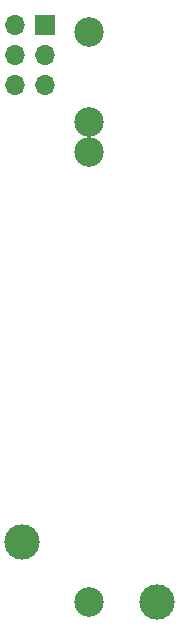
<source format=gbr>
%TF.GenerationSoftware,KiCad,Pcbnew,9.0.6*%
%TF.CreationDate,2026-01-03T14:33:14+01:00*%
%TF.ProjectId,dc_64d,64635f36-3464-42e6-9b69-6361645f7063,0.1*%
%TF.SameCoordinates,Original*%
%TF.FileFunction,Soldermask,Bot*%
%TF.FilePolarity,Negative*%
%FSLAX46Y46*%
G04 Gerber Fmt 4.6, Leading zero omitted, Abs format (unit mm)*
G04 Created by KiCad (PCBNEW 9.0.6) date 2026-01-03 14:33:14*
%MOMM*%
%LPD*%
G01*
G04 APERTURE LIST*
%ADD10C,2.500000*%
%ADD11C,3.000000*%
%ADD12R,1.700000X1.700000*%
%ADD13O,1.700000X1.700000*%
G04 APERTURE END LIST*
D10*
X104775000Y-43180000D03*
D11*
X99060000Y-78740000D03*
X110490000Y-83820000D03*
D10*
X104775000Y-83820000D03*
X104775000Y-45720000D03*
X104775000Y-35560000D03*
D12*
X100970000Y-34940000D03*
D13*
X98430000Y-34940000D03*
X100970000Y-37480000D03*
X98430000Y-37480000D03*
X100970000Y-40020000D03*
X98430000Y-40020000D03*
M02*

</source>
